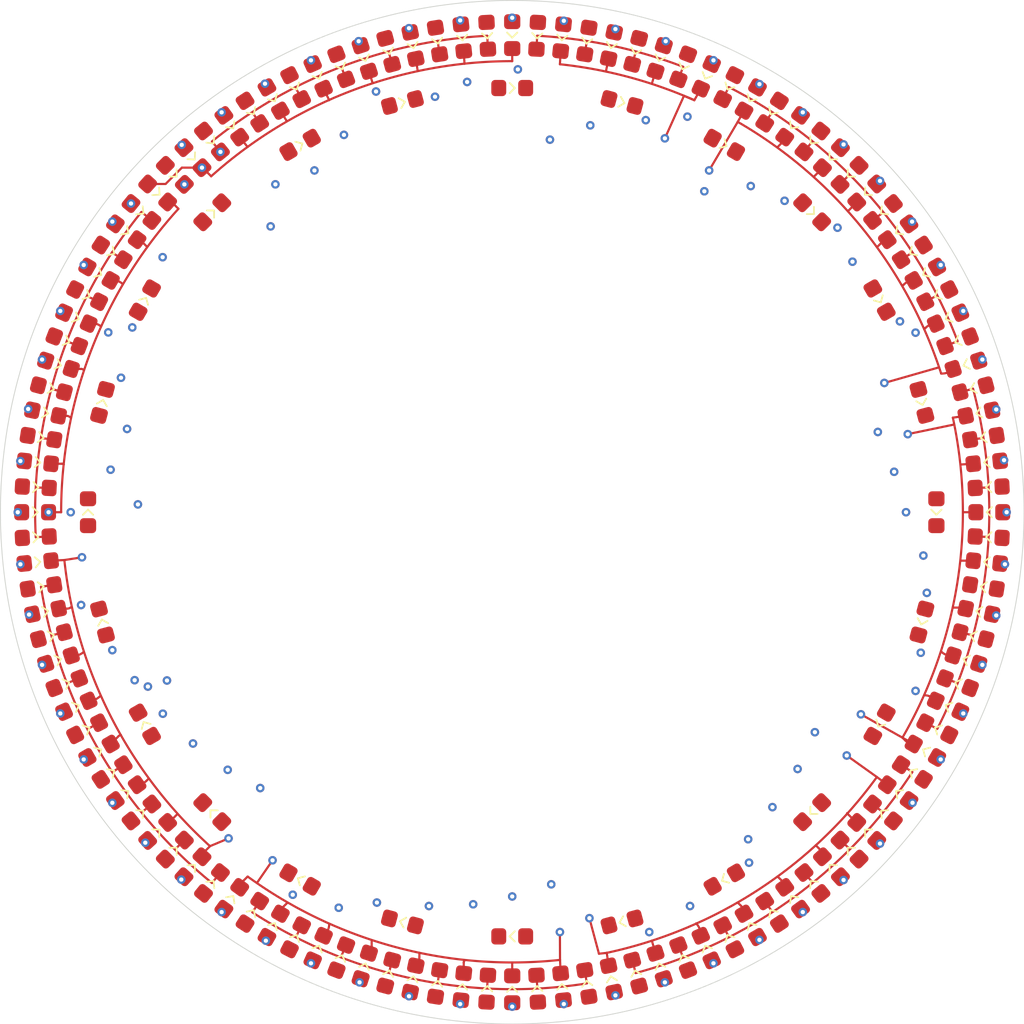
<source format=kicad_pcb>
(kicad_pcb (version 20240108) (generator "pcbnew") (generator_version "8.0")
  (layers (0 "F.Cu" signal) (1 "In1.Cu" signal) (2 "In2.Cu" signal) (31 "B.Cu" signal) (34 "B.Paste" user) (35 "F.Paste" user) (36 "B.SilkS" user "B.Silkscreen") (37 "F.SilkS" user "F.Silkscreen") (38 "B.Mask" user) (39 "F.Mask" user) (44 "Edge.Cuts" user))
  (net 0 "")
  (net 1 "CA7")
  (net 2 "CA6")
  (net 3 "CA9")
  (net 4 "CA4")
  (net 5 "CA5")
  (net 6 "CA1")
  (net 7 "CA2")
  (net 8 "CA3")
  (net 9 "CA8")
  (net 10 "CB2")
  (net 11 "CB9")
  (net 12 "CB4")
  (net 13 "CB7")
  (net 14 "CB6")
  (net 15 "CB5")
  (net 16 "CB3")
  (net 17 "CB1")
  (net 18 "CB8")
  (net 19 "CC4")
  (net 20 "CC1")
  (net 21 "CC2")
  (net 22 "CC5")
  (net 23 "CC6")
  (net 24 "CC3")
  (footprint "LED_SMD:LED_0603_1608Metric" (layer "F.Cu") (at 19.756564 19.756563 -45)
    (property "Reference" "D98" (hide yes))
    (property "Value" "LED_Small" (hide yes))
  )
  (footprint "LED_SMD:LED_0603_1608Metric" (layer "F.Cu") (at 13.97 24.19675 -60)
    (property "Reference" "D36" (hide yes))
    (property "Value" "LED_Small" (hide yes))
  )
  (footprint "LED_SMD:LED_0603_1608Metric" (layer "F.Cu") (at -23.432456 -15.217214 147)
    (property "Reference" "D70" (hide yes))
    (property "Value" "LED_Small" (hide yes))
  )
  (footprint "LED_SMD:LED_0603_1608Metric" (layer "F.Cu") (at -26.987968 -7.231404 165)
    (property "Reference" "D73" (hide yes))
    (property "Value" "LED_Small" (hide yes))
  )
  (footprint "LED_SMD:LED_0603_1608Metric" (layer "F.Cu") (at 26.572519 8.633935 -18)
    (property "Reference" "D43" (hide yes))
    (property "Value" "LED_Small" (hide yes))
  )
  (footprint "LED_SMD:LED_0603_1608Metric" (layer "F.Cu") (at -19.756563 19.756564 -135)
    (property "Reference" "D83" (hide yes))
    (property "Value" "LED_Small" (hide yes))
  )
  (footprint "LED_SMD:LED_0603_1608Metric" (layer "F.Cu") (at 27.901709 1.462266 -3)
    (property "Reference" "D105" (hide yes))
    (property "Value" "LED_Small" (hide yes))
  )
  (footprint "LED_SMD:LED_0603_1608Metric" (layer "F.Cu") (at 0 27.94 -90)
    (property "Reference" "D31" (hide yes))
    (property "Value" "LED_Small" (hide yes))
  )
  (footprint "LED_SMD:LED_0603_1608Metric" (layer "F.Cu") (at 7.231404 -26.987968 75)
    (property "Reference" "D118" (hide yes))
    (property "Value" "LED_Small" (hide yes))
  )
  (footprint "LED_SMD:LED_0603_1608Metric" (layer "F.Cu") (at 8.633935 26.572519 -72)
    (property "Reference" "D34" (hide yes))
    (property "Value" "LED_Small" (hide yes))
  )
  (footprint "LED_SMD:LED_0603_1608Metric" (layer "F.Cu") (at -2.920525 27.786942 -96)
    (property "Reference" "D30" (hide yes))
    (property "Value" "LED_Small" (hide yes))
  )
  (footprint "LED_SMD:LED_0603_1608Metric" (layer "F.Cu") (at -25.52446 11.364222 -156)
    (property "Reference" "D20" (hide yes))
    (property "Value" "LED_Small" (hide yes))
  )
  (footprint "LED_SMD:LED_0603_1608Metric" (layer "F.Cu") (at 5.809053 -27.329444 78)
    (property "Reference" "D59" (hide yes))
    (property "Value" "LED_Small" (hide yes))
  )
  (footprint "LED_SMD:LED_0603_1608Metric" (layer "F.Cu") (at -7.231404 26.987968 -105)
    (property "Reference" "D88" (hide yes))
    (property "Value" "LED_Small" (hide yes))
  )
  (footprint "LED_SMD:LED_0603_1608Metric" (layer "F.Cu") (at -21.51311 -12.4206 -120)
    (property "Reference" "D125" (hide yes))
    (property "Value" "LED_Small" (hide yes))
  )
  (footprint "LED_SMD:LED_0603_1608Metric" (layer "F.Cu") (at -27.329444 5.809053 -168)
    (property "Reference" "D18" (hide yes))
    (property "Value" "LED_Small" (hide yes))
  )
  (footprint "LED_SMD:LED_0603_1608Metric" (layer "F.Cu") (at -6.429376 23.994757 -15)
    (property "Reference" "D132" (hide yes))
    (property "Value" "LED_Small" (hide yes))
  )
  (footprint "LED_SMD:LED_0603_1608Metric" (layer "F.Cu") (at 27.901709 -1.462267 3)
    (property "Reference" "D106" (hide yes))
    (property "Value" "LED_Small" (hide yes))
  )
  (footprint "LED_SMD:LED_0603_1608Metric" (layer "F.Cu") (at -23.994757 -6.429376 -105)
    (property "Reference" "D126" (hide yes))
    (property "Value" "LED_Small" (hide yes))
  )
  (footprint "LED_SMD:LED_0603_1608Metric" (layer "F.Cu") (at 23.432456 15.217214 -33)
    (property "Reference" "D100" (hide yes))
    (property "Value" "LED_Small" (hide yes))
  )
  (footprint "LED_SMD:LED_0603_1608Metric" (layer "F.Cu") (at 23.994757 -6.429376 105)
    (property "Reference" "D140" (hide yes))
    (property "Value" "LED_Small" (hide yes))
  )
  (footprint "LED_SMD:LED_0603_1608Metric" (layer "F.Cu") (at 20.763466 18.695509 -42)
    (property "Reference" "D39" (hide yes))
    (property "Value" "LED_Small" (hide yes))
  )
  (footprint "LED_SMD:LED_0603_1608Metric" (layer "F.Cu") (at -11.364222 -25.52446 114)
    (property "Reference" "D5" (hide yes))
    (property "Value" "LED_Small" (hide yes))
  )
  (footprint "LED_SMD:LED_0603_1608Metric" (layer "F.Cu") (at 6.429376 -23.994757 165)
    (property "Reference" "D144" (hide yes))
    (property "Value" "LED_Small" (hide yes))
  )
  (footprint "LED_SMD:LED_0603_1608Metric" (layer "F.Cu") (at -16.42272 22.603935 -126)
    (property "Reference" "D25" (hide yes))
    (property "Value" "LED_Small" (hide yes))
  )
  (footprint "LED_SMD:LED_0603_1608Metric" (layer "F.Cu") (at -27.596012 4.370779 -171)
    (property "Reference" "D77" (hide yes))
    (property "Value" "LED_Small" (hide yes))
  )
  (footprint "LED_SMD:LED_0603_1608Metric" (layer "F.Cu") (at -26.572519 -8.633935 162)
    (property "Reference" "D13" (hide yes))
    (property "Value" "LED_Small" (hide yes))
  )
  (footprint "LED_SMD:LED_0603_1608Metric" (layer "F.Cu") (at -18.695509 20.763466 -132)
    (property "Reference" "D24" (hide yes))
    (property "Value" "LED_Small" (hide yes))
  )
  (footprint "LED_SMD:LED_0603_1608Metric" (layer "F.Cu") (at -21.713458 17.583212 -141)
    (property "Reference" "D82" (hide yes))
    (property "Value" "LED_Small" (hide yes))
  )
  (footprint "LED_SMD:LED_0603_1608Metric" (layer "F.Cu") (at -10.012801 -26.084237 111)
    (property "Reference" "D64" (hide yes))
    (property "Value" "LED_Small" (hide yes))
  )
  (footprint "LED_SMD:LED_0603_1608Metric" (layer "F.Cu") (at 10.012801 26.084237 -69)
    (property "Reference" "D94" (hide yes))
    (property "Value" "LED_Small" (hide yes))
  )
  (footprint "LED_SMD:LED_0603_1608Metric" (layer "F.Cu") (at 0 24.8412)
    (property "Reference" "D133" (hide yes))
    (property "Value" "LED_Small" (hide yes))
  )
  (footprint "LED_SMD:LED_0603_1608Metric" (layer "F.Cu") (at -5.809053 -27.329444 102)
    (property "Reference" "D3" (hide yes))
    (property "Value" "LED_Small" (hide yes))
  )
  (footprint "LED_SMD:LED_0603_1608Metric" (layer "F.Cu") (at -27.94 0 180)
    (property "Reference" "D16" (hide yes))
    (property "Value" "LED_Small" (hide yes))
  )
  (footprint "LED_SMD:LED_0603_1608Metric" (layer "F.Cu") (at -26.084237 -10.0128 159)
    (property "Reference" "D72" (hide yes))
    (property "Value" "LED_Small" (hide yes))
  )
  (footprint "LED_SMD:LED_0603_1608Metric" (layer "F.Cu") (at 5.809053 27.329444 -78)
    (property "Reference" "D33" (hide yes))
    (property "Value" "LED_Small" (hide yes))
  )
  (footprint "LED_SMD:LED_0603_1608Metric" (layer "F.Cu") (at 21.713458 17.583211 -39)
    (property "Reference" "D99" (hide yes))
    (property "Value" "LED_Small" (hide yes))
  )
  (footprint "LED_SMD:LED_0603_1608Metric" (layer "F.Cu") (at 4.370779 -27.596012 81)
    (property "Reference" "D119" (hide yes))
    (property "Value" "LED_Small" (hide yes))
  )
  (footprint "LED_SMD:LED_0603_1608Metric" (layer "F.Cu") (at 11.364222 -25.52446 66)
    (property "Reference" "D57" (hide yes))
    (property "Value" "LED_Small" (hide yes))
  )
  (footprint "LED_SMD:LED_0603_1608Metric" (layer "F.Cu") (at -17.583211 21.713458 -129)
    (property "Reference" "D84" (hide yes))
    (property "Value" "LED_Small" (hide yes))
  )
  (footprint "LED_SMD:LED_0603_1608Metric" (layer "F.Cu") (at 19.756563 -19.756564 45)
    (property "Reference" "D113" (hide yes))
    (property "Value" "LED_Small" (hide yes))
  )
  (footprint "LED_SMD:LED_0603_1608Metric" (layer "F.Cu") (at 12.4206 21.51311 30)
    (property "Reference" "D135" (hide yes))
    (property "Value" "LED_Small" (hide yes))
  )
  (footprint "LED_SMD:LED_0603_1608Metric" (layer "F.Cu") (at 17.565381 -17.565381 135)
    (property "Reference" "D142" (hide yes))
    (property "Value" "LED_Small" (hide yes))
  )
  (footprint "LED_SMD:LED_0603_1608Metric" (layer "F.Cu") (at -24.19675 -13.97 150)
    (property "Reference" "D11" (hide yes))
    (property "Value" "LED_Small" (hide yes))
  )
  (footprint "LED_SMD:LED_0603_1608Metric" (layer "F.Cu") (at 21.713458 -17.583212 39)
    (property "Reference" "D112" (hide yes))
    (property "Value" "LED_Small" (hide yes))
  )
  (footprint "LED_SMD:LED_0603_1608Metric" (layer "F.Cu") (at 7.231404 26.987967 -75)
    (property "Reference" "D93" (hide yes))
    (property "Value" "LED_Small" (hide yes))
  )
  (footprint "LED_SMD:LED_0603_1608Metric" (layer "F.Cu") (at 1.462267 27.901709 -87)
    (property "Reference" "D91" (hide yes))
    (property "Value" "LED_Small" (hide yes))
  )
  (footprint "LED_SMD:LED_0603_1608Metric" (layer "F.Cu") (at -27.786942 -2.920525 174)
    (property "Reference" "D15" (hide yes))
    (property "Value" "LED_Small" (hide yes))
  )
  (footprint "LED_SMD:LED_0603_1608Metric" (layer "F.Cu") (at -12.684495 -24.894722 117)
    (property "Reference" "D65" (hide yes))
    (property "Value" "LED_Small" (hide yes))
  )
  (footprint "LED_SMD:LED_0603_1608Metric" (layer "F.Cu") (at 26.987967 -7.231404 15)
    (property "Reference" "D108" (hide yes))
    (property "Value" "LED_Small" (hide yes))
  )
  (footprint "LED_SMD:LED_0603_1608Metric" (layer "F.Cu") (at 17.583212 21.713458 -51)
    (property "Reference" "D97" (hide yes))
    (property "Value" "LED_Small" (hide yes))
  )
  (footprint "LED_SMD:LED_0603_1608Metric" (layer "F.Cu") (at 2.920525 27.786942 -84)
    (property "Reference" "D32" (hide yes))
    (property "Value" "LED_Small" (hide yes))
  )
  (footprint "LED_SMD:LED_0603_1608Metric" (layer "F.Cu") (at 24.19675 13.97 -30)
    (property "Reference" "D41" (hide yes))
    (property "Value" "LED_Small" (hide yes))
  )
  (footprint "LED_SMD:LED_0603_1608Metric" (layer "F.Cu") (at 16.42272 22.603935 -54)
    (property "Reference" "D37" (hide yes))
    (property "Value" "LED_Small" (hide yes))
  )
  (footprint "LED_SMD:LED_0603_1608Metric" (layer "F.Cu") (at 16.42272 -22.603935 54)
    (property "Reference" "D55" (hide yes))
    (property "Value" "LED_Small" (hide yes))
  )
  (footprint "LED_SMD:LED_0603_1608Metric" (layer "F.Cu") (at -4.370779 27.596012 -99)
    (property "Reference" "D89" (hide yes))
    (property "Value" "LED_Small" (hide yes))
  )
  (footprint "LED_SMD:LED_0603_1608Metric" (layer "F.Cu") (at -5.809053 27.329444 -102)
    (property "Reference" "D29" (hide yes))
    (property "Value" "LED_Small" (hide yes))
  )
  (footprint "LED_SMD:LED_0603_1608Metric" (layer "F.Cu") (at 27.329444 -5.809053 12)
    (property "Reference" "D48" (hide yes))
    (property "Value" "LED_Small" (hide yes))
  )
  (footprint "LED_SMD:LED_0603_1608Metric" (layer "F.Cu") (at -26.572519 8.633935 -162)
    (property "Reference" "D19" (hide yes))
    (property "Value" "LED_Small" (hide yes))
  )
  (footprint "LED_SMD:LED_0603_1608Metric" (layer "F.Cu") (at -18.695509 -20.763466 132)
    (property "Reference" "D8" (hide yes))
    (property "Value" "LED_Small" (hide yes))
  )
  (footprint "LED_SMD:LED_0603_1608Metric" (layer "F.Cu") (at -27.901709 1.462267 -177)
    (property "Reference" "D76" (hide yes))
    (property "Value" "LED_Small" (hide yes))
  )
  (footprint "LED_SMD:LED_0603_1608Metric" (layer "F.Cu") (at 12.684495 24.894722 -63)
    (property "Reference" "D95" (hide yes))
    (property "Value" "LED_Small" (hide yes))
  )
  (footprint "LED_SMD:LED_0603_1608Metric" (layer "F.Cu") (at -12.4206 21.51311 -30)
    (property "Reference" "D131" (hide yes))
    (property "Value" "LED_Small" (hide yes))
  )
  (footprint "LED_SMD:LED_0603_1608Metric" (layer "F.Cu") (at 8.633935 -26.572519 72)
    (property "Reference" "D58" (hide yes))
    (property "Value" "LED_Small" (hide yes))
  )
  (footprint "LED_SMD:LED_0603_1608Metric" (layer "F.Cu") (at 21.51311 12.4206 60)
    (property "Reference" "D137" (hide yes))
    (property "Value" "LED_Small" (hide yes))
  )
  (footprint "LED_SMD:LED_0603_1608Metric" (layer "F.Cu") (at 26.084237 -10.012801 21)
    (property "Reference" "D109" (hide yes))
    (property "Value" "LED_Small" (hide yes))
  )
  (footprint "LED_SMD:LED_0603_1608Metric" (layer "F.Cu") (at -19.756564 -19.756563 135)
    (property "Reference" "D68" (hide yes))
    (property "Value" "LED_Small" (hide yes))
  )
  (footprint "LED_SMD:LED_0603_1608Metric" (layer "F.Cu") (at -8.633935 26.572519 -108)
    (property "Reference" "D28" (hide yes))
    (property "Value" "LED_Small" (hide yes))
  )
  (footprint "LED_SMD:LED_0603_1608Metric" (layer "F.Cu") (at -17.565381 17.565381 -45)
    (property "Reference" "D130" (hide yes))
    (property "Value" "LED_Small" (hide yes))
  )
  (footprint "LED_SMD:LED_0603_1608Metric" (layer "F.Cu") (at -15.217214 23.432456 -123)
    (property "Reference" "D85" (hide yes))
    (property "Value" "LED_Small" (hide yes))
  )
  (footprint "LED_SMD:LED_0603_1608Metric" (layer "F.Cu") (at 12.684494 -24.894722 63)
    (property "Reference" "D116" (hide yes))
    (property "Value" "LED_Small" (hide yes))
  )
  (footprint "LED_SMD:LED_0603_1608Metric" (layer "F.Cu") (at 15.217215 23.432455 -57)
    (property "Reference" "D96" (hide yes))
    (property "Value" "LED_Small" (hide yes))
  )
  (footprint "LED_SMD:LED_0603_1608Metric" (layer "F.Cu") (at 18.695509 20.763466 -48)
    (property "Reference" "D38" (hide yes))
    (property "Value" "LED_Small" (hide yes))
  )
  (footprint "LED_SMD:LED_0603_1608Metric" (layer "F.Cu") (at -23.432455 15.217215 -147)
    (property "Reference" "D81" (hide yes))
    (property "Value" "LED_Small" (hide yes))
  )
  (footprint "LED_SMD:LED_0603_1608Metric" (layer "F.Cu") (at 10.0128 -26.084237 69)
    (property "Reference" "D117" (hide yes))
    (property "Value" "LED_Small" (hide yes))
  )
  (footprint "LED_SMD:LED_0603_1608Metric" (layer "F.Cu") (at -27.901709 -1.462266 177)
    (property "Reference" "D75" (hide yes))
    (property "Value" "LED_Small" (hide yes))
  )
  (footprint "LED_SMD:LED_0603_1608Metric" (layer "F.Cu") (at 17.565381 17.565381 45)
    (property "Reference" "D136" (hide yes))
    (property "Value" "LED_Small" (hide yes))
  )
  (footprint "LED_SMD:LED_0603_1608Metric" (layer "F.Cu") (at -27.596012 -4.370779 171)
    (property "Reference" "D74" (hide yes))
    (property "Value" "LED_Small" (hide yes))
  )
  (footprint "LED_SMD:LED_0603_1608Metric" (layer "F.Cu") (at -24.8412 0 -90)
    (property "Reference" "D127" (hide yes))
    (property "Value" "LED_Small" (hide yes))
  )
  (footprint "LED_SMD:LED_0603_1608Metric" (layer "F.Cu") (at 13.97 -24.19675 60)
    (property "Reference" "D56" (hide yes))
    (property "Value" "LED_Small" (hide yes))
  )
  (footprint "LED_SMD:LED_0603_1608Metric" (layer "F.Cu") (at -7.231404 -26.987967 105)
    (property "Reference" "D63" (hide yes))
    (property "Value" "LED_Small" (hide yes))
  )
  (footprint "LED_SMD:LED_0603_1608Metric" (layer "F.Cu") (at -17.565381 -17.565381 -135)
    (property "Reference" "D124" (hide yes))
    (property "Value" "LED_Small" (hide yes))
  )
  (footprint "LED_SMD:LED_0603_1608Metric" (layer "F.Cu") (at 0 -24.8412 180)
    (property "Reference" "D121" (hide yes))
    (property "Value" "LED_Small" (hide yes))
  )
  (footprint "LED_SMD:LED_0603_1608Metric" (layer "F.Cu") (at -22.603935 16.42272 -144)
    (property "Reference" "D22" (hide yes))
    (property "Value" "LED_Small" (hide yes))
  )
  (footprint "LED_SMD:LED_0603_1608Metric" (layer "F.Cu") (at 27.596012 -4.370779 9)
    (property "Reference" "D107" (hide yes))
    (property "Value" "LED_Small" (hide yes))
  )
  (footprint "LED_SMD:LED_0603_1608Metric" (layer "F.Cu") (at -12.684494 24.894722 -117)
    (property "Reference" "D86" (hide yes))
    (property "Value" "LED_Small" (hide yes))
  )
  (footprint "LED_SMD:LED_0603_1608Metric" (layer "F.Cu") (at 24.8412 0 90)
    (property "Reference" "D139" (hide yes))
    (property "Value" "LED_Small" (hide yes))
  )
  (footprint "LED_SMD:LED_0603_1608Metric" (layer "F.Cu") (at -11.364222 25.52446 -114)
    (property "Reference" "D27" (hide yes))
    (property "Value" "LED_Small" (hide yes))
  )
  (footprint "LED_SMD:LED_0603_1608Metric" (layer "F.Cu") (at -6.429376 -23.994757 -165)
    (property "Reference" "D122" (hide yes))
    (property "Value" "LED_Small" (hide yes))
  )
  (footprint "LED_SMD:LED_0603_1608Metric" (layer "F.Cu") (at 18.695509 -20.763466 48)
    (property "Reference" "D54" (hide yes))
    (property "Value" "LED_Small" (hide yes))
  )
  (footprint "LED_SMD:LED_0603_1608Metric" (layer "F.Cu") (at -21.713458 -17.583211 141)
    (property "Reference" "D69" (hide yes))
    (property "Value" "LED_Small" (hide yes))
  )
  (footprint "LED_SMD:LED_0603_1608Metric" (layer "F.Cu") (at 26.987968 7.231404 -15)
    (property "Reference" "D103" (hide yes))
    (property "Value" "LED_Small" (hide yes))
  )
  (footprint "LED_SMD:LED_0603_1608Metric" (layer "F.Cu") (at -26.084237 10.012801 -159)
    (property "Reference" "D79" (hide yes))
    (property "Value" "LED_Small" (hide yes))
  )
  (footprint "LED_SMD:LED_0603_1608Metric" (layer "F.Cu") (at 2.920525 -27.786942 84)
    (property "Reference" "D60" (hide yes))
    (property "Value" "LED_Small" (hide yes))
  )
  (footprint "LED_SMD:LED_0603_1608Metric" (layer "F.Cu") (at 21.51311 -12.4206 120)
    (property "Reference" "D141" (hide yes))
    (property "Value" "LED_Small" (hide yes))
  )
  (footprint "LED_SMD:LED_0603_1608Metric" (layer "F.Cu") (at 23.994757 6.429376 75)
    (property "Reference" "D138" (hide yes))
    (property "Value" "LED_Small" (hide yes))
  )
  (footprint "LED_SMD:LED_0603_1608Metric" (layer "F.Cu") (at 6.429376 23.994757 15)
    (property "Reference" "D134" (hide yes))
    (property "Value" "LED_Small" (hide yes))
  )
  (footprint "LED_SMD:LED_0603_1608Metric" (layer "F.Cu") (at -20.763466 -18.695509 138)
    (property "Reference" "D9" (hide yes))
    (property "Value" "LED_Small" (hide yes))
  )
  (footprint "LED_SMD:LED_0603_1608Metric" (layer "F.Cu") (at 25.52446 -11.364222 24)
    (property "Reference" "D50" (hide yes))
    (property "Value" "LED_Small" (hide yes))
  )
  (footprint "LED_SMD:LED_0603_1608Metric" (layer "F.Cu") (at 12.4206 -21.51311 150)
    (property "Reference" "D143" (hide yes))
    (property "Value" "LED_Small" (hide yes))
  )
  (footprint "LED_SMD:LED_0603_1608Metric" (layer "F.Cu") (at 26.084237 10.0128 -21)
    (property "Reference" "D102" (hide yes))
    (property "Value" "LED_Small" (hide yes))
  )
  (footprint "LED_SMD:LED_0603_1608Metric" (layer "F.Cu") (at -24.19675 13.97 -150)
    (property "Reference" "D21" (hide yes))
    (property "Value" "LED_Small" (hide yes))
  )
  (footprint "LED_SMD:LED_0603_1608Metric" (layer "F.Cu") (at 27.329444 5.809053 -12)
    (property "Reference" "D44" (hide yes))
    (property "Value" "LED_Small" (hide yes))
  )
  (footprint "LED_SMD:LED_0603_1608Metric" (layer "F.Cu") (at 0 -27.94 90)
    (property "Reference" "D1" (hide yes))
    (property "Value" "LED_Small" (hide yes))
  )
  (footprint "LED_SMD:LED_0603_1608Metric" (layer "F.Cu") (at -21.51311 12.4206 -60)
    (property "Reference" "D129" (hide yes))
    (property "Value" "LED_Small" (hide yes))
  )
  (footprint "LED_SMD:LED_0603_1608Metric" (layer "F.Cu") (at -16.42272 -22.603935 126)
    (property "Reference" "D7" (hide yes))
    (property "Value" "LED_Small" (hide yes))
  )
  (footprint "LED_SMD:LED_0603_1608Metric" (layer "F.Cu") (at 24.19675 -13.97 30)
    (property "Reference" "D51" (hide yes))
    (property "Value" "LED_Small" (hide yes))
  )
  (footprint "LED_SMD:LED_0603_1608Metric" (layer "F.Cu") (at -24.894722 -12.684494 153)
    (property "Reference" "D71" (hide yes))
    (property "Value" "LED_Small" (hide yes))
  )
  (footprint "LED_SMD:LED_0603_1608Metric" (layer "F.Cu") (at -8.633935 -26.572519 108)
    (property "Reference" "D4" (hide yes))
    (property "Value" "LED_Small" (hide yes))
  )
  (footprint "LED_SMD:LED_0603_1608Metric" (layer "F.Cu") (at 4.370779 27.596012 -81)
    (property "Reference" "D92" (hide yes))
    (property "Value" "LED_Small" (hide yes))
  )
  (footprint "LED_SMD:LED_0603_1608Metric" (layer "F.Cu") (at -27.329444 -5.809053 168)
    (property "Reference" "D14" (hide yes))
    (property "Value" "LED_Small" (hide yes))
  )
  (footprint "LED_SMD:LED_0603_1608Metric" (layer "F.Cu") (at 27.94 0)
    (property "Reference" "D46" (hide yes))
    (property "Value" "LED_Small" (hide yes))
  )
  (footprint "LED_SMD:LED_0603_1608Metric" (layer "F.Cu") (at -25.52446 -11.364222 156)
    (property "Reference" "D12" (hide yes))
    (property "Value" "LED_Small" (hide yes))
  )
  (footprint "LED_SMD:LED_0603_1608Metric" (layer "F.Cu") (at -13.97 -24.19675 120)
    (property "Reference" "D6" (hide yes))
    (property "Value" "LED_Small" (hide yes))
  )
  (footprint "LED_SMD:LED_0603_1608Metric" (layer "F.Cu") (at 27.786942 -2.920525 6)
    (property "Reference" "D47" (hide yes))
    (property "Value" "LED_Small" (hide yes))
  )
  (footprint "LED_SMD:LED_0603_1608Metric" (layer "F.Cu") (at -1.462267 -27.901709 93)
    (property "Reference" "D61" (hide yes))
    (property "Value" "LED_Small" (hide yes))
  )
  (footprint "LED_SMD:LED_0603_1608Metric" (layer "F.Cu") (at 11.364222 25.52446 -66)
    (property "Reference" "D35" (hide yes))
    (property "Value" "LED_Small" (hide yes))
  )
  (footprint "LED_SMD:LED_0603_1608Metric" (layer "F.Cu") (at -10.0128 26.084237 -111)
    (property "Reference" "D87" (hide yes))
    (property "Value" "LED_Small" (hide yes))
  )
  (footprint "LED_SMD:LED_0603_1608Metric" (layer "F.Cu") (at 26.572519 -8.633935 18)
    (property "Reference" "D49" (hide yes))
    (property "Value" "LED_Small" (hide yes))
  )
  (footprint "LED_SMD:LED_0603_1608Metric" (layer "F.Cu") (at -15.217215 -23.432455 123)
    (property "Reference" "D66" (hide yes))
    (property "Value" "LED_Small" (hide yes))
  )
  (footprint "LED_SMD:LED_0603_1608Metric" (layer "F.Cu") (at 15.217214 -23.432456 57)
    (property "Reference" "D115" (hide yes))
    (property "Value" "LED_Small" (hide yes))
  )
  (footprint "LED_SMD:LED_0603_1608Metric" (layer "F.Cu") (at -22.603935 -16.42272 144)
    (property "Reference" "D10" (hide yes))
    (property "Value" "LED_Small" (hide yes))
  )
  (footprint "LED_SMD:LED_0603_1608Metric" (layer "F.Cu") (at 27.786942 2.920525 -6)
    (property "Reference" "D45" (hide yes))
    (property "Value" "LED_Small" (hide yes))
  )
  (footprint "LED_SMD:LED_0603_1608Metric" (layer "F.Cu") (at 27.596012 4.370779 -9)
    (property "Reference" "D104" (hide yes))
    (property "Value" "LED_Small" (hide yes))
  )
  (footprint "LED_SMD:LED_0603_1608Metric" (layer "F.Cu") (at 24.894722 12.684494 -27)
    (property "Reference" "D101" (hide yes))
    (property "Value" "LED_Small" (hide yes))
  )
  (footprint "LED_SMD:LED_0603_1608Metric" (layer "F.Cu") (at 22.603935 16.42272 -36)
    (property "Reference" "D40" (hide yes))
    (property "Value" "LED_Small" (hide yes))
  )
  (footprint "LED_SMD:LED_0603_1608Metric" (layer "F.Cu") (at 1.462266 -27.901709 87)
    (property "Reference" "D120" (hide yes))
    (property "Value" "LED_Small" (hide yes))
  )
  (footprint "LED_SMD:LED_0603_1608Metric" (layer "F.Cu") (at -20.763466 18.695509 -138)
    (property "Reference" "D23" (hide yes))
    (property "Value" "LED_Small" (hide yes))
  )
  (footprint "LED_SMD:LED_0603_1608Metric" (layer "F.Cu") (at -24.894722 12.684495 -153)
    (property "Reference" "D80" (hide yes))
    (property "Value" "LED_Small" (hide yes))
  )
  (footprint "LED_SMD:LED_0603_1608Metric" (layer "F.Cu") (at -13.97 24.19675 -120)
    (property "Reference" "D26" (hide yes))
    (property "Value" "LED_Small" (hide yes))
  )
  (footprint "LED_SMD:LED_0603_1608Metric" (layer "F.Cu") (at -23.994757 6.429376 -75)
    (property "Reference" "D128" (hide yes))
    (property "Value" "LED_Small" (hide yes))
  )
  (footprint "LED_SMD:LED_0603_1608Metric" (layer "F.Cu") (at -2.920525 -27.786942 96)
    (property "Reference" "D2" (hide yes))
    (property "Value" "LED_Small" (hide yes))
  )
  (footprint "LED_SMD:LED_0603_1608Metric" (layer "F.Cu") (at -17.583212 -21.713458 129)
    (property "Reference" "D67" (hide yes))
    (property "Value" "LED_Small" (hide yes))
  )
  (footprint "LED_SMD:LED_0603_1608Metric" (layer "F.Cu") (at -1.462266 27.901709 -93)
    (property "Reference" "D90" (hide yes))
    (property "Value" "LED_Small" (hide yes))
  )
  (footprint "LED_SMD:LED_0603_1608Metric" (layer "F.Cu") (at 24.894722 -12.684495 27)
    (property "Reference" "D110" (hide yes))
    (property "Value" "LED_Small" (hide yes))
  )
  (footprint "LED_SMD:LED_0603_1608Metric" (layer "F.Cu") (at 23.432455 -15.217215 33)
    (property "Reference" "D111" (hide yes))
    (property "Value" "LED_Small" (hide yes))
  )
  (footprint "LED_SMD:LED_0603_1608Metric" (layer "F.Cu") (at -12.4206 -21.51311 -150)
    (property "Reference" "D123" (hide yes))
    (property "Value" "LED_Small" (hide yes))
  )
  (footprint "LED_SMD:LED_0603_1608Metric" (layer "F.Cu") (at -27.786942 2.920525 -174)
    (property "Reference" "D17" (hide yes))
    (property "Value" "LED_Small" (hide yes))
  )
  (footprint "LED_SMD:LED_0603_1608Metric" (layer "F.Cu") (at 22.603935 -16.42272 36)
    (property "Reference" "D52" (hide yes))
    (property "Value" "LED_Small" (hide yes))
  )
  (footprint "LED_SMD:LED_0603_1608Metric" (layer "F.Cu") (at 17.583211 -21.713458 51)
    (property "Reference" "D114" (hide yes))
    (property "Value" "LED_Small" (hide yes))
  )
  (footprint "LED_SMD:LED_0603_1608Metric" (layer "F.Cu") (at 20.763466 -18.695509 42)
    (property "Reference" "D53" (hide yes))
    (property "Value" "LED_Small" (hide yes))
  )
  (footprint "LED_SMD:LED_0603_1608Metric" (layer "F.Cu") (at -26.987967 7.231404 -165)
    (property "Reference" "D78" (hide yes))
    (property "Value" "LED_Small" (hide yes))
  )
  (footprint "LED_SMD:LED_0603_1608Metric" (layer "F.Cu") (at -4.370779 -27.596012 99)
    (property "Reference" "D62" (hide yes))
    (property "Value" "LED_Small" (hide yes))
  )
  (footprint "LED_SMD:LED_0603_1608Metric" (layer "F.Cu") (at 25.52446 11.364222 -24)
    (property "Reference" "D42" (hide yes))
    (property "Value" "LED_Small" (hide yes))
  )
  (gr_arc (start 23.432455 15.217213) (mid 16.42272 22.603933) (end 7.231404 26.987967) (stroke (width 0.127)) (layer "F.Cu") (net 15))
  (gr_arc (start 12.684494 -24.894722) (mid 20.770074 -18.701459) (end 26.084237 -10.012801) (stroke (width 0.127)) (layer "F.Cu") (net 13))
  (gr_arc (start -17.583211 21.713458) (mid -24.191648 13.967055) (end -27.596012 4.370779) (stroke (width 0.127)) (layer "F.Cu") (net 16))
  (gr_arc (start 2.800112 26.219234) (mid -6.800382 25.476336) (end -15.493999 21.335999) (stroke (width 0.127)) (layer "F.Cu") (net 4))
  (gr_arc (start -27.901709 1.462267) (mid -26.572519 -8.633934) (end -21.713458 -17.583211) (stroke (width 0.127)) (layer "F.Cu") (net 10))
  (gr_arc (start 4.370779 27.596011) (mid -5.80727 27.321059) (end -15.217214 23.432456) (stroke (width 0.127)) (layer "F.Cu") (net 12))
  (gr_arc (start 13.208 -22.86) (mid 20.533036 -16.595942) (end 25.121596 -8.120113) (stroke (width 0.127)) (layer "F.Cu") (net 1))
  (gr_arc (start 25.806399 -5.5372) (mid 26.072113 4.108011) (end 22.853439 13.204211) (stroke (width 0.127)) (layer "F.Cu") (net 2))
  (gr_arc (start -17.583212 -21.713458) (mid -10.012801 -26.084237) (end -1.462267 -27.901709) (stroke (width 0.127)) (layer "F.Cu") (net 17))
  (gr_arc (start -17.628983 -19.672926) (mid -9.437294 -24.672708) (end 0 -26.416) (stroke (width 0.127)) (layer "F.Cu") (net 6))
  (gr_arc (start 21.356579 15.508944) (mid 14.398897 22.120185) (end 5.5372 25.806399) (stroke (width 0.127)) (layer "F.Cu") (net 5))
  (gr_arc (start 1.462266 -27.901708) (mid 5.809052 -27.329443) (end 10.0128 -26.084236) (stroke (width 0.127)) (layer "F.Cu") (net 18))
  (gr_arc (start 2.794 -26.234473) (mid 6.812727 -25.488051) (end 10.667929 -24.129842) (stroke (width 0.127)) (layer "F.Cu") (net 9))
  (gr_arc (start -26.416 0) (mid -24.63878 -9.525522) (end -19.546257 -17.769325) (stroke (width 0.127)) (layer "F.Cu") (net 7))
  (gr_arc (start 26.987967 -7.231404) (mid 27.786941 2.920525) (end 24.894722 12.684494) (stroke (width 0.127)) (layer "F.Cu") (net 14))
  (gr_arc (start -17.69854 19.558) (mid -23.507106 11.965353) (end -26.227997 2.801048) (stroke (width 0.127)) (layer "F.Cu") (net 8))
  (gr_circle (center 0 0) (end 29.972 0) (stroke (width 0.05)) (fill none) (layer "Edge.Cuts"))
  (segment (start 22.938939 -13.337738) (end 22.86 -13.2588) (width 0.127) (layer "F.Cu") (net 1))
  (segment (start 21.68517 -15.843171) (end 21.3868 -15.5448) (width 0.127) (layer "F.Cu") (net 1))
  (segment (start 24.207681 -10.796481) (end 24.13 -10.7188) (width 0.127) (layer "F.Cu") (net 1))
  (segment (start 13.208 -22.86) (end 11.5316 -20.0152) (width 0.127) (layer "F.Cu") (net 1))
  (segment (start 18.148436 -20.129636) (end 17.6784 -19.6596) (width 0.127) (layer "F.Cu") (net 1))
  (segment (start 21.7932 -7.5692) (end 24.9936 -8.4836) (width 0.127) (layer "F.Cu") (net 1))
  (segment (start 15.843171 -21.68517) (end 15.5448 -21.3868) (width 0.127) (layer "F.Cu") (net 1))
  (segment (start 25.170587 -8.120113) (end 25.121596 -8.120113) (width 0.127) (layer "F.Cu") (net 1))
  (segment (start 20.16245 -18.13045) (end 19.6596 -17.6276) (width 0.127) (layer "F.Cu") (net 1))
  (segment (start 13.576249 -23.514754) (end 13.208 -22.86) (width 0.127) (layer "F.Cu") (net 1))
  (via (at 19.4056 21.5392) (size 0.5) (drill 0.25) (layers "F.Cu" "B.Cu") (net 1))
  (via (at -22.5552 -4.8768) (size 0.5) (drill 0.25) (layers "F.Cu" "B.Cu") (net 1))
  (via (at -11.5824 -20.0152) (size 0.5) (drill 0.25) (layers "F.Cu" "B.Cu") (net 1))
  (via (at 11.5316 -20.0152) (size 0.5) (drill 0.25) (layers "F.Cu" "B.Cu") (net 1))
  (via (at 21.7932 -7.5692) (size 0.5) (drill 0.25) (layers "F.Cu" "B.Cu") (net 1))
  (via (at -14.478 -25.0952) (size 0.5) (drill 0.25) (layers "F.Cu" "B.Cu") (net 1))
  (via (at 6.0452 -28.2956) (size 0.5) (drill 0.25) (layers "F.Cu" "B.Cu") (net 1))
  (via (at 15.24 17.272) (size 0.5) (drill 0.25) (layers "F.Cu" "B.Cu") (net 1))
  (via (at -18.6944 13.544975) (size 0.5) (drill 0.25) (layers "F.Cu" "B.Cu") (net 1))
  (via (at -23.4188 17.018) (size 0.5) (drill 0.25) (layers "F.Cu" "B.Cu") (net 1))
  (via (at 23.0632 0) (size 0.5) (drill 0.25) (layers "F.Cu" "B.Cu") (net 1))
  (via (at -28.3464 -6.0452) (size 0.5) (drill 0.25) (layers "F.Cu" "B.Cu") (net 1))
  (via (at -3.048 28.8036) (size 0.5) (drill 0.25) (layers "F.Cu" "B.Cu") (net 1))
  (via (at 4.572 -22.6568) (size 0.5) (drill 0.25) (layers "F.Cu" "B.Cu") (net 1))
  (via (at 28.956 0) (size 0.5) (drill 0.25) (layers "F.Cu" "B.Cu") (net 1))
  (via (at -2.286 22.9616) (size 0.5) (drill 0.25) (layers "F.Cu" "B.Cu") (net 1))
  (arc (start 15.959839 -21.966833) (mid 15.929518 -21.814398) (end 15.843171 -21.68517) (width 0.127) (layer "F.Cu") (net 1))
  (arc (start 18.168568 -20.178239) (mid 18.163336 -20.151935) (end 18.148436 -20.129636) (width 0.127) (layer "F.Cu") (net 1))
  (arc (start 24.805042 -11.043916) (mid 24.481753 -10.97961) (end 24.207681 -10.796481) (width 0.127) (layer "F.Cu") (net 1))
  (arc (start 21.966833 -15.959839) (mid 21.814398 -15.929518) (end 21.68517 -15.843171) (width 0.127) (layer "F.Cu") (net 1))
  (arc (start 20.178239 -18.168568) (mid 20.174136 -18.147939) (end 20.16245 -18.13045) (width 0.127) (layer "F.Cu") (net 1))
  (arc (start 23.514754 -13.576249) (mid 23.203125 -13.514262) (end 22.938939 -13.337738) (width 0.127) (layer "F.Cu") (net 1))
  (arc (start 25.823561 -8.390584) (mid 25.523974 -8.190406) (end 25.170587 -8.120113) (width 0.127) (layer "F.Cu") (net 1))
  (segment (start 24.805042 11.043916) (end 24.727361 10.966235) (width 0.127) (layer "F.Cu") (net 2))
  (segment (start 27.003755 2.838209) (end 26.279512 2.838209) (width 0.127) (layer "F.Cu") (net 2))
  (segment (start 23.514754 13.576249) (end 20.4216 11.8364) (width 0.127) (layer "F.Cu") (net 2))
  (segment (start 23.1648 -4.572) (end 25.8572 -5.1308) (width 0.127) (layer "F.Cu") (net 2))
  (segment (start 23.026931 13.374186) (end 22.861764 13.209019) (width 0.127) (layer "F.Cu") (net 2))
  (segment (start 26.279512 2.838209) (end 26.2636 2.8448) (width 0.127) (layer "F.Cu") (net 2))
  (segment (start 27.003755 -2.838209) (end 26.2636 -2.794) (width 0.127) (layer "F.Cu") (net 2))
  (segment (start 26.559152 -5.645322) (end 25.806399 -5.5372) (width 0.127) (layer "F.Cu") (net 2))
  (segment (start 26.420765 5.588) (end 25.8064 5.588) (width 0.127) (layer "F.Cu") (net 2))
  (segment (start 27.152499 0) (end 26.416 0) (width 0.127) (layer "F.Cu") (net 2))
  (segment (start 25.823561 8.390584) (end 25.657291 8.390584) (width 0.127) (layer "F.Cu") (net 2))
  (via (at -20.460475 11.799292) (size 0.5) (drill 0.25) (layers "F.Cu" "B.Cu") (net 2))
  (via (at 19.4056 -21.5392) (size 0.5) (drill 0.25) (layers "F.Cu" "B.Cu") (net 2))
  (via (at -25.0952 14.478) (size 0.5) (drill 0.25) (layers "F.Cu" "B.Cu") (net 2))
  (via (at -9.8552 -22.098) (size 0.5) (drill 0.25) (layers "F.Cu" "B.Cu") (net 2))
  (via (at -4.8768 23.0632) (size 0.5) (drill 0.25) (layers "F.Cu" "B.Cu") (net 2))
  (via (at 7.8232 -22.9616) (size 0.5) (drill 0.25) (layers "F.Cu" "B.Cu") (net 2))
  (via (at -11.7856 -26.4668) (size 0.5) (drill 0.25) (layers "F.Cu" "B.Cu") (net 2))
  (via (at 17.018 23.4188) (size 0.5) (drill 0.25) (layers "F.Cu" "B.Cu") (net 2))
  (via (at -6.0452 28.3464) (size 0.5) (drill 0.25) (layers "F.Cu" "B.Cu") (net 2))
  (via (at 13.8176 19.1516) (size 0.5) (drill 0.25) (layers "F.Cu" "B.Cu") (net 2))
  (via (at -27.5336 -8.9408) (size 0.5) (drill 0.25) (layers "F.Cu" "B.Cu") (net 2))
  (via (at -22.910799 -7.874) (size 0.5) (drill 0.25) (layers "F.Cu" "B.Cu") (net 2))
  (via (at 23.1648 -4.572) (size 0.5) (drill 0.25) (layers "F.Cu" "B.Cu") (net 2))
  (via (at 8.9916 -27.5844) (size 0.5) (drill 0.25) (layers "F.Cu" "B.Cu") (net 2))
  (via (at 20.4216 11.8364) (size 0.5) (drill 0.25) (layers "F.Cu" "B.Cu") (net 2))
  (via (at 15.9512 -18.2372) (size 0.5) (drill 0.25) (layers "F.Cu" "B.Cu") (net 2))
  (arc (start 23.514754 13.576249) (mid 23.250746 13.523735) (end 23.026931 13.374186) (width 0.127) (layer "F.Cu") (net 2))
  (arc (start 25.657291 8.390584) (mid 25.380582 8.335543) (end 25.146 8.1788) (width 0.127) (layer "F.Cu") (net 2))
  (arc (start 26.559152 5.645322) (mid 26.49566 5.602897) (end 26.420765 5.588) (width 0.127) (layer "F.Cu") (net 2))
  (arc (start 24.727361 10.966235) (mid 24.453289 10.783106) (end 24.13 10.7188) (width 0.127) (layer "F.Cu") (net 2))
  (via (at 11.2522 -18.796) (size 0.5) (drill 0.25) (layers "F.Cu" "B.Cu") (net 3))
  (via (at -14.7574 16.1544) (size 0.5) (drill 0.25) (layers "F.Cu" "B.Cu") (net 3))
  (via (at 21.4122 -4.699) (size 0.5) (drill 0.25) (layers "F.Cu" "B.Cu") (net 3))
  (via (at 17.725833 12.882709) (size 0.5) (drill 0.25) (layers "F.Cu" "B.Cu") (net 3))
  (via (at 3.0226 -28.7782) (size 0.5) (drill 0.25) (layers "F.Cu" "B.Cu") (net 3))
  (via (at -19.3802 21.5138) (size 0.5) (drill 0.25) (layers "F.Cu" "B.Cu") (net 3))
  (via (at 14.478 -25.0698) (size 0.5) (drill 0.25) (layers "F.Cu" "B.Cu") (net 3))
  (via (at -28.956 0) (size 0.5) (drill 0.25) (layers "F.Cu" "B.Cu") (net 3))
  (via (at 28.3464 -6.0198) (size 0.5) (drill 0.25) (layers "F.Cu" "B.Cu") (net 3))
  (via (at -21.9202 -0.4572) (size 0.5) (drill 0.25) (layers "F.Cu" "B.Cu") (net 3))
  (via (at 3.0226 28.8036) (size 0.5) (drill 0.25) (layers "F.Cu" "B.Cu") (net 3))
  (via (at -14.1478 -16.7386) (size 0.5) (drill 0.25) (layers "F.Cu" "B.Cu") (net 3))
  (via (at 2.2098 -21.8186) (size 0.5) (drill 0.25) (layers "F.Cu" "B.Cu") (net 3))
  (via (at 2.286 21.7932) (size 0.5) (drill 0.25) (layers "F.Cu" "B.Cu") (net 3))
  (via (at -19.3548 -21.5138) (size 0.5) (drill 0.25) (layers "F.Cu" "B.Cu") (net 3))
  (via (at 23.4442 17.018) (size 0.5) (drill 0.25) (layers "F.Cu" "B.Cu") (net 3))
  (segment (start -8.2296 25.434912) (end -8.2296 25.0952) (width 0.127) (layer "F.Cu") (net 4))
  (segment (start 0 27.152499) (end 0 26.416) (width 0.127) (layer "F.Cu") (net 4))
  (segment (start -11.043916 24.805042) (end -10.966235 24.727361) (width 0.127) (layer "F.Cu") (net 4))
  (segment (start 2.800112 26.219234) (end 2.794 24.587199) (width 0.127) (layer "F.Cu") (net 4))
  (segment (start -13.409582 23.112382) (end -13.1572 22.86) (width 0.127) (layer "F.Cu") (net 4))
  (segment (start -15.843171 21.68517) (end -15.493999 21.335999) (width 0.127) (layer "F.Cu") (net 4))
  (segment (start -14.035572 20.384998) (end -14.9352 21.6916) (width 0.127) (layer "F.Cu") (net 4))
  (segment (start -2.838209 27.003755) (end -2.838209 26.370329) (width 0.127) (layer "F.Cu") (net 4))
  (segment (start 2.838209 27.003755) (end 2.800112 26.219234) (width 0.127) (layer "F.Cu") (net 4))
  (segment (start -5.4356 26.052839) (end -5.4356 25.8064) (width 0.127) (layer "F.Cu") (net 4))
  (via (at 23.4188 -17.018) (size 0.5) (drill 0.25) (layers "F.Cu" "B.Cu") (net 4))
  (via (at -4.5212 -24.3332) (size 0.5) (drill 0.25) (layers "F.Cu" "B.Cu") (net 4))
  (via (at -25.0952 -14.478) (size 0.5) (drill 0.25) (layers "F.Cu" "B.Cu") (net 4))
  (via (at 24.2824 4.7244) (size 0.5) (drill 0.25) (layers "F.Cu" "B.Cu") (net 4))
  (via (at -14.035572 20.384998) (size 0.5) (drill 0.25) (layers "F.Cu" "B.Cu") (net 4))
  (via (at 28.3464 6.0452) (size 0.5) (drill 0.25) (layers "F.Cu" "B.Cu") (net 4))
  (via (at -22.2504 -10.8204) (size 0.5) (drill 0.25) (layers "F.Cu" "B.Cu") (net 4))
  (via (at 14.478 25.0444) (size 0.5) (drill 0.25) (layers "F.Cu" "B.Cu") (net 4))
  (via (at 13.8684 20.5232) (size 0.5) (drill 0.25) (layers "F.Cu" "B.Cu") (net 4))
  (via (at 19.927752 -14.67043) (size 0.5) (drill 0.25) (layers "F.Cu" "B.Cu") (net 4))
  (via (at -6.0452 -28.3464) (size 0.5) (drill 0.25) (layers "F.Cu" "B.Cu") (net 4))
  (via (at -27.5336 8.9408) (size 0.5) (drill 0.25) (layers "F.Cu" "B.Cu") (net 4))
  (via (at 2.794 24.587199) (size 0.5) (drill 0.25) (layers "F.Cu" "B.Cu") (net 4))
  (via (at -23.4188 8.0772) (size 0.5) (drill 0.25) (layers "F.Cu" "B.Cu") (net 4))
  (arc (start -13.57625 23.514754) (mid -13.532934 23.296992) (end -13.409582 23.112382) (width 0.127) (layer "F.Cu") (net 4))
  (arc (start -15.959839 21.966833) (mid -15.929518 21.814398) (end -15.843171 21.68517) (width 0.127) (layer "F.Cu") (net 4))
  (arc (start -8.390584 25.823561) (mid -8.271438 25.645248) (end -8.2296 25.434912) (width 0.127) (layer "F.Cu") (net 4))
  (arc (start -10.966235 24.727361) (mid -10.783106 24.453289) (end -10.7188 24.13) (width 0.127) (layer "F.Cu") (net 4))
  (arc (start -5.645322 26.559152) (mid -5.490105 26.326854) (end -5.4356 26.052839) (width 0.127) (layer "F.Cu") (net 4))
  (arc (start -2.838209 26.370329) (mid -2.82672 26.312568) (end -2.794 26.2636) (width 0.127) (layer "F.Cu") (net 4))
  (segment (start 4.5212 23.7744) (end 5.08 25.8572) (width 0.127) (layer "F.Cu") (net 5))
  (segment (start 13.373659 23.02566) (end 13.208 22.86) (width 0.127) (layer "F.Cu") (net 5))
  (segment (start 5.5372 25.806399) (end 5.645322 26.559152) (width 0.127) (layer "F.Cu") (net 5))
  (segment (start 20.129636 18.148436) (end 19.6088 17.6276) (width 0.127) (layer "F.Cu") (net 5))
  (segment (start 11.043916 24.805042) (end 11.043916 24.741457) (width 0.127) (layer "F.Cu") (net 5))
  (segment (start 8.390584 25.823561) (end 8.1788 25.0952) (width 0.127) (layer "F.Cu") (net 5))
  (segment (start 17.968831 19.696031) (end 17.78 19.5072) (width 0.127) (layer "F.Cu") (net 5))
  (segment (start 21.356579 15.508944) (end 19.591109 14.248083) (width 0.127) (layer "F.Cu") (net 5))
  (segment (start 21.356579 15.508944) (end 21.966833 15.959839) (width 0.127) (layer "F.Cu") (net 5))
  (segment (start 15.80725 21.59845) (end 15.5448 21.336) (width 0.127) (layer "F.Cu") (net 5))
  (segment (start 5.08 25.8572) (end 5.5372 25.806399) (width 0.127) (layer "F.Cu") (net 5))
  (via (at 19.591109 14.248083) (size 0.5) (drill 0.25) (layers "F.Cu" "B.Cu") (net 5))
  (via (at -7.9248 22.86) (size 0.5) (drill 0.25) (layers "F.Cu" "B.Cu") (net 5))
  (via (at -22.111151 9.836682) (size 0.5) (drill 0.25) (layers "F.Cu" "B.Cu") (net 5))
  (via (at -7.9756 -24.638) (size 0.5) (drill 0.25) (layers "F.Cu" "B.Cu") (net 5))
  (via (at 21.5392 -19.4056) (size 0.5) (drill 0.25) (layers "F.Cu" "B.Cu") (net 5))
  (via (at -23.656358 -10.530895) (size 0.5) (drill 0.25) (layers "F.Cu" "B.Cu") (net 5))
  (via (at -8.9408 27.5336) (size 0.5) (drill 0.25) (layers "F.Cu" "B.Cu") (net 5))
  (via (at 28.8544 3.048) (size 0.5) (drill 0.25) (layers "F.Cu" "B.Cu") (net 5))
  (via (at -8.9916 -27.5844) (size 0.5) (drill 0.25) (layers "F.Cu" "B.Cu") (net 5))
  (via (at 4.5212 23.7744) (size 0.5) (drill 0.25) (layers "F.Cu" "B.Cu") (net 5))
  (via (at -26.4668 -11.7856) (size 0.5) (drill 0.25) (layers "F.Cu" "B.Cu") (net 5))
  (via (at 24.0792 2.54) (size 0.5) (drill 0.25) (layers "F.Cu" "B.Cu") (net 5))
  (via (at 19.05 -16.6624) (size 0.5) (drill 0.25) (layers "F.Cu" "B.Cu") (net 5))
  (via (at 11.7856 -26.4668) (size 0.5) (drill 0.25) (layers "F.Cu" "B.Cu") (net 5))
  (via (at 10.2616 -23.1648) (size 0.5) (drill 0.25) (layers "F.Cu" "B.Cu") (net 5))
  (via (at -26.4668 11.7856) (size 0.5) (drill 0.25) (layers "F.Cu" "B.Cu") (net 5))
  (arc (start 11.043916 24.741457) (mid 10.972624 24.383046) (end 10.7696 24.0792) (width 0.127) (layer "F.Cu") (net 5))
  (arc (start 18.168568 20.178239) (mid 18.116658 19.91727) (end 17.968831 19.696031) (width 0.127) (layer "F.Cu") (net 5))
  (arc (start 13.576249 23.514754) (mid 13.523598 23.250058) (end 13.373659 23.02566) (width 0.127) (layer "F.Cu") (net 5))
  (arc (start 15.959839 21.966833) (mid 15.920182 21.767466) (end 15.80725 21.59845) (width 0.127) (layer "F.Cu") (net 5))
  (arc (start 20.178239 18.168568) (mid 20.151935 18.163336) (end 20.129636 18.148436) (width 0.127) (layer "F.Cu") (net 5))
  (segment (start -18.110066 -20.154006) (end -17.628984 -19.672925) (width 0.127) (layer "F.Cu") (net 6))
  (segment (start -13.57625 -23.514754) (end -13.208 -22.9108) (width 0.127) (layer "F.Cu") (net 6))
  (segment (start -5.645322 -26.559152) (end -5.5372 -25.8572) (width 0.127) (layer "F.Cu") (net 6))
  (segment (start -8.390584 -25.823561) (end -8.1788 -25.146) (width 0.127) (layer "F.Cu") (net 6))
  (segment (start -11.043916 -24.805042) (end -11.043916 -24.792257) (width 0.127) (layer "F.Cu") (net 6))
  (segment (start -11.043916 -24.805042) (end -10.7188 -24.13) (width 0.127) (layer "F.Cu") (net 6))
  (segment (start -20.29995 -19.22245) (end -19.344161 -20.178239) (width 0.127) (layer "F.Cu") (net 6))
  (segment (start -2.838209 -27.003755) (end -2.794 -26.2636) (width 0.127) (layer "F.Cu") (net 6))
  (segment (start -19.344161 -20.178239) (end -18.168568 -20.178239) (width 0.127) (layer "F.Cu") (net 6))
  (segment (start -15.959839 -21.966833) (end -15.494 -21.3868) (width 0.127) (layer "F.Cu") (net 6))
  (segment (start 0 -27.152499) (end 0 -26.416) (width 0.127) (layer "F.Cu") (net 6))
  (segment (start -21.348693 -19.22245) (end -20.29995 -19.22245) (width 0.127) (layer "F.Cu") (net 6))
  (via (at -18.168568 -20.178239) (size 0.5) (drill 0.25) (layers "F.Cu" "B.Cu") (net 6))
  (via (at 6.0452 28.2956) (size 0.5) (drill 0.25) (layers "F.Cu" "B.Cu") (net 6))
  (via (at 27.5336 -8.9408) (size 0.5) (drill 0.25) (layers "F.Cu" "B.Cu") (net 6))
  (via (at -28.8036 3.048) (size 0.5) (drill 0.25) (layers "F.Cu" "B.Cu") (net 6))
  (via (at 25.0952 14.478) (size 0.5) (drill 0.25) (layers "F.Cu" "B.Cu") (net 6))
  (via (at -17.018 23.4188) (size 0.5) (drill 0.25) (layers "F.Cu" "B.Cu") (net 6))
  (segment (start -19.780928 -18.003997) (end -19.546257 -17.769325) (width 0.127) (layer "F.Cu") (net 7))
  (segment (start -27.003755 -2.838209) (end -26.370329 -2.838209) (width 0.127) (layer "F.Cu") (net 7))
  (segment (start -23.514754 -13.576249) (end -23.330305 -13.576249) (width 0.127) (layer "F.Cu") (net 7))
  (segment (start -25.823561 -8.390584) (end -25.238565 -8.390584) (width 0.127) (layer "F.Cu") (net 7))
  (segment (start -21.68517 -15.843171) (end -21.3868 -15.5448) (width 0.127) (layer "F.Cu") (net 7))
  (segment (start -24.805042 -11.043916) (end -24.496173 -11.043916) (width 0.127) (layer "F.Cu") (net 7))
  (segment (start -27.152499 0) (end -26.416 0) (width 0.127) (layer "F.Cu") (net 7))
  (segment (start -26.559152 -5.645322) (end -26.118229 -5.645322) (width 0.127) (layer "F.Cu") (net 7))
  (via (at -14.4272 25.0952) (size 0.5) (drill 0.25) (layers "F.Cu" "B.Cu") (net 7))
  (via (at -12.8524 22.4028) (size 0.5) (drill 0.25) (layers "F.Cu" "B.Cu") (net 7))
  (via (at -25.8572 0) (size 0.5) (drill 0.25) (layers "F.Cu" "B.Cu") (net 7))
  (via (at 23.622 -10.5156) (size 0.5) (drill 0.25) (layers "F.Cu" "B.Cu") (net 7))
  (via (at 8.9408 27.5336) (size 0.5) (drill 0.25) (layers "F.Cu" "B.Cu") (net 7))
  (via (at 26.416 -11.7856) (size 0.5) (drill 0.25) (layers "F.Cu" "B.Cu") (net 7))
  (via (at -28.2956 5.9944) (size 0.5) (drill 0.25) (layers "F.Cu" "B.Cu") (net 7))
  (via (at -25.2476 5.4356) (size 0.5) (drill 0.25) (layers "F.Cu" "B.Cu") (net 7))
  (via (at 8.0264 24.5872) (size 0.5) (drill 0.25) (layers "F.Cu" "B.Cu") (net 7))
  (via (at 0 -28.956) (size 0.5) (drill 0.25) (layers "F.Cu" "B.Cu") (net 7))
  (via (at 0.3302 -25.9334) (size 0.5) (drill 0.25) (layers "F.Cu" "B.Cu") (net 7))
  (via (at 26.416 11.7856) (size 0.5) (drill 0.25) (layers "F.Cu" "B.Cu") (net 7))
  (via (at -27.152499 0) (size 0.5) (drill 0.25) (layers "F.Cu" "B.Cu") (net 7))
  (via (at 23.622 10.4648) (size 0.5) (drill 0.25) (layers "F.Cu" "B.Cu") (net 7))
  (arc (start -25.238565 -8.390584) (mid -25.160976 -8.375151) (end -25.0952 -8.3312) (width 0.127) (layer "F.Cu") (net 7))
  (arc (start -21.966833 -15.959839) (mid -21.814398 -15.929518) (end -21.68517 -15.843171) (width 0.127) (layer "F.Cu") (net 7))
  (arc (start -20.178239 -18.168568) (mid -19.963216 -18.125797) (end -19.780928 -18.003997) (width 0.127) (layer "F.Cu") (net 7))
  (arc (start -24.496173 -11.043916) (mid -24.270509 -10.999029) (end -24.0792 -10.8712) (width 0.127) (layer "F.Cu") (net 7))
  (arc (start -26.118229 -5.645322) (mid -25.976961 -5.617222) (end -25.8572 -5.5372) (width 0.127) (layer "F.Cu") (net 7))
  (arc (start -23.330305 -13.576249) (mid -23.048285 -13.520152) (end -22.8092 -13.3604) (width 0.127) (layer "F.Cu") (net 7))
  (arc (start -26.370329 -2.838209) (mid -26.312568 -2.82672) (end -26.2636 -2.794) (width 0.127) (layer "F.Cu") (net 7))
  (segment (start -20.042915 18.112515) (end -19.6088 17.6784) (width 0.127) (layer "F.Cu") (net 8))
  (segment (start -18.062353 19.921813) (end -17.69854 19.558) (width 0.127) (layer "F.Cu") (net 8))
  (segment (start -26.227997 2.801048) (end -25.196799 2.6416) (width 0.127) (layer "F.Cu") (net 8))
  (segment (start -24.805042 11.043916) (end -24.792257 11.043916) (width 0.127) (layer "F.Cu") (net 8))
  (segment (start -21.425007 15.735408) (end -21.2852 15.5956) (width 0.127) (layer "F.Cu") (net 8))
  (segment (start -27.003755 2.838209) (end -26.227997 2.801048) (width 0.127) (layer "F.Cu") (net 8))
  (segment (start -25.823561 8.390584) (end -25.606491 8.390584) (width 0.127) (layer "F.Cu") (net 8))
  (segment (start -17.69854 19.558) (end -16.611599 19.100798) (width 0.127) (layer "F.Cu") (net 8))
  (segment (start -26.559152 5.645322) (end -26.067429 5.645322) (width 0.127) (layer "F.Cu") (net 8))
  (segment (start -23.514754 13.57625) (end -23.053009 13.114505) (width 0.127) (layer "F.Cu") (net 8))
  (via (at 10.414 23.0632) (size 0.5) (drill 0.25) (layers "F.Cu" "B.Cu") (net 8))
  (via (at -23.4188 -17.018) (size 0.5) (drill 0.25) (layers "F.Cu" "B.Cu") (net 8))
  (via (at 11.7856 26.416) (size 0.5) (drill 0.25) (layers "F.Cu" "B.Cu") (net 8))
  (via (at -3.048 -28.8036) (size 0.5) (drill 0.25) (layers "F.Cu" "B.Cu") (net 8))
  (via (at -10.16 23.1648) (size 0.5) (drill 0.25) (layers "F.Cu" "B.Cu") (net 8))
  (via (at 22.707599 -11.176) (size 0.5) (drill 0.25) (layers "F.Cu" "B.Cu") (net 8))
  (via (at -2.640529 -25.196912) (size 0.5) (drill 0.25) (layers "F.Cu" "B.Cu") (net 8))
  (via (at 27.5336 8.9408) (size 0.5) (drill 0.25) (layers "F.Cu" "B.Cu") (net 8))
  (via (at -20.4724 -14.9352) (size 0.5) (drill 0.25) (layers "F.Cu" "B.Cu") (net 8))
  (via (at -11.7856 26.416) (size 0.5) (drill 0.25) (layers "F.Cu" "B.Cu") (net 8))
  (via (at 25.0952 -14.478) (size 0.5) (drill 0.25) (layers "F.Cu" "B.Cu") (net 8))
  (via (at -25.196799 2.6416) (size 0.5) (drill 0.25) (layers "F.Cu" "B.Cu") (net 8))
  (via (at 23.9268 8.2296) (size 0.5) (drill 0.25) (layers "F.Cu" "B.Cu") (net 8))
  (via (at -16.611599 19.100798) (size 0.5) (drill 0.25) (layers "F.Cu" "B.Cu") (net 8))
  (arc (start -26.067429 5.645322) (mid -25.926161 5.617222) (end -25.8064 5.5372) (width 0.127) (layer "F.Cu") (net 8))
  (arc (start -23.053009 13.114505) (mid -22.987763 13.070909) (end -22.9108 13.0556) (width 0.127) (layer "F.Cu") (net 8))
  (arc (start -21.966833 15.959839) (mid -21.673599 15.901511) (end -21.425007 15.735408) (width 0.127) (layer "F.Cu") (net 8))
  (arc (start -20.178239 18.168568) (mid -20.105002 18.154) (end -20.042915 18.112515) (width 0.127) (layer "F.Cu") (net 8))
  (arc (start -25.606491 8.390584) (mid -25.329782 8.335543) (end -25.0952 8.1788) (width 0.127) (layer "F.Cu") (net 8))
  (arc (start -18.168568 20.178239) (mid -18.140964 20.039462) (end -18.062353 19.921813) (width 0.127) (layer "F.Cu") (net 8))
  (arc (start -24.792257 11.043916) (mid -24.433846 10.972624) (end -24.13 10.7696) (width 0.127) (layer "F.Cu") (net 8))
  (segment (start 10.0584 -24.384) (end 8.9408 -21.8948) (width 0.127) (layer "F.Cu") (net 9))
  (segment (start 5.645322 -26.559152) (end 5.4864 -25.8064) (width 0.127) (layer "F.Cu") (net 9))
  (segment (start 8.390584 -25.823561) (end 8.1788 -25.0952) (width 0.127) (layer "F.Cu") (net 9))
  (segment (start 2.838209 -27.003755) (end 2.794 -26.234473) (width 0.127) (layer "F.Cu") (net 9))
  (segment (start 10.667929 -24.129842) (end 10.0584 -24.384) (width 0.127) (layer "F.Cu") (net 9))
  (segment (start 11.043916 -24.805042) (end 10.667929 -24.129842) (width 0.127) (layer "F.Cu") (net 9))
  (via (at 13.97 -19.1008) (size 0.5) (drill 0.25) (layers "F.Cu" "B.Cu") (net 9))
  (via (at 22.367529 -2.366935) (size 0.5) (drill 0.25) (layers "F.Cu" "B.Cu") (net 9))
  (via (at -21.336 10.2108) (size 0.5) (drill 0.25) (layers "F.Cu" "B.Cu") (net 9))
  (via (at 0 28.956) (size 0.5) (drill 0.25) (layers "F.Cu" "B.Cu") (net 9))
  (via (at 0 22.5044) (size 0.5) (drill 0.25) (layers "F.Cu" "B.Cu") (net 9))
  (via (at -20.2184 9.8552) (size 0.5) (drill 0.25) (layers "F.Cu" "B.Cu") (net 9))
  (via (at -17.018 -23.4188) (size 0.5) (drill 0.25) (layers "F.Cu" "B.Cu") (net 9))
  (via (at -21.4884 19.3548) (size 0.5) (drill 0.25) (layers "F.Cu" "B.Cu") (net 9))
  (via (at -23.5204 -2.4892) (size 0.5) (drill 0.25) (layers "F.Cu" "B.Cu") (net 9))
  (via (at 16.7132 15.0368) (size 0.5) (drill 0.25) (layers "F.Cu" "B.Cu") (net 9))
  (via (at 17.018 -23.4188) (size 0.5) (drill 0.25) (layers "F.Cu" "B.Cu") (net 9))
  (via (at 21.5392 19.4056) (size 0.5) (drill 0.25) (layers "F.Cu" "B.Cu") (net 9))
  (via (at -28.8036 -2.9972) (size 0.5) (drill 0.25) (layers "F.Cu" "B.Cu") (net 9))
  (via (at -16.6624 15.0876) (size 0.5) (drill 0.25) (layers "F.Cu" "B.Cu") (net 9))
  (via (at -13.8684 -19.2024) (size 0.5) (drill 0.25) (layers "F.Cu" "B.Cu") (net 9))
  (via (at 28.8036 -3.048) (size 0.5) (drill 0.25) (layers "F.Cu" "B.Cu") (net 9))
  (via (at 8.9408 -21.8948) (size 0.5) (drill 0.25) (layers "F.Cu" "B.Cu") (net 9))
  (segment (start -25.349041 -9.730585) (end -26.0858 -10.0076) (width 0.127) (layer "F.Cu") (net 10))
  (segment (start -27.115287 -1.421052) (end -27.8892 -1.4478) (width 0.127) (layer "F.Cu") (net 10))
  (segment (start -26.818206 -4.247587) (end -27.5844 -4.3434) (width 0.127) (layer "F.Cu") (net 10))
  (segment (start -21.101454 -17.087621) (end -21.713458 -17.583211) (width 0.127) (layer "F.Cu") (net 10))
  (segment (start -26.2273 -7.027584) (end -26.9748 -7.2136) (width 0.127) (layer "F.Cu") (net 10))
  (segment (start -22.772002 -14.78831) (end -23.4442 -15.2146) (width 0.127) (layer "F.Cu") (net 10))
  (segment (start -27.115287 1.421052) (end -27.901709 1.462267) (width 0.127) (layer "F.Cu") (net 10))
  (segment (start -24.193053 -12.326976) (end -24.892 -12.6492) (width 0.127) (layer "F.Cu") (net 10))
  (segment (start -12.326976 24.193053) (end -12.6746 24.892) (width 0.127) (layer "F.Cu") (net 12))
  (segment (start 4.247586 26.818206) (end 4.370779 27.596011) (width 0.127) (layer "F.Cu") (net 12))
  (segment (start -14.78831 22.772002) (end -15.217214 23.432456) (width 0.127) (layer "F.Cu") (net 12))
  (segment (start -9.730585 25.349041) (end -10.033 26.0604) (width 0.127) (layer "F.Cu") (net 12))
  (segment (start -1.421052 27.115287) (end -1.4732 27.8892) (width 0.127) (layer "F.Cu") (net 12))
  (segment (start -7.027584 26.2273) (end -7.2136 26.9748) (width 0.127) (layer "F.Cu") (net 12))
  (segment (start -4.247587 26.818206) (end -4.3688 27.5844) (width 0.127) (layer "F.Cu") (net 12))
  (segment (start 1.421052 27.115287) (end 1.4732 27.8892) (width 0.127) (layer "F.Cu") (net 12))
  (segment (start 21.101455 -17.087621) (end 21.717 -17.5514) (width 0.127) (layer "F.Cu") (net 13))
  (segment (start 17.087621 -21.101454) (end 17.5768 -21.717) (width 0.127) (layer "F.Cu") (net 13))
  (segment (start 14.78831 -22.772002) (end 15.2146 -23.4188) (width 0.127) (layer "F.Cu") (net 13))
  (segment (start 25.349041 -9.730585) (end 26.084237 -10.012801) (width 0.127) (layer "F.Cu") (net 13))
  (segment (start 19.199716 -19.199716) (end 19.7358 -19.7612) (width 0.127) (layer "F.Cu") (net 13))
  (segment (start 12.326976 -24.193053) (end 12.684494 -24.894722) (width 0.127) (layer "F.Cu") (net 13))
  (segment (start 24.193053 -12.326977) (end 24.892 -12.7) (width 0.127) (layer "F.Cu") (net 13))
  (segment (start 22.772001 -14.788311) (end 23.4442 -15.2146) (width 0.127) (layer "F.Cu") (net 13))
  (segment (start 27.115287 -1.421052) (end 27.8892 -1.4478) (width 0.127) (layer "F.Cu") (net 14))
  (segment (start 27.115287 1.421052) (end 27.8892 1.4478) (width 0.127) (layer "F.Cu") (net 14))
  (segment (start 26.227299 -7.027583) (end 26.987967 -7.231404) (width 0.127) (layer "F.Cu") (net 14))
  (segment (start 25.349041 9.730585) (end 26.0858 10.0076) (width 0.127) (layer "F.Cu") (net 14))
  (segment (start 26.2273 7.027584) (end 26.9748 7.2136) (width 0.127) (layer "F.Cu") (net 14))
  (segment (start 24.193053 12.326976) (end 24.894722 12.684494) (width 0.127) (layer "F.Cu") (net 14))
  (segment (start 26.818206 -4.247586) (end 27.5844 -4.3434) (width 0.127) (layer "F.Cu") (net 14))
  (segment (start 14.788311 22.772001) (end 15.24 23.4188) (width 0.127) (layer "F.Cu") (net 15))
  (segment (start 7.027583 26.227299) (end 7.231404 26.987967) (width 0.127) (layer "F.Cu") (net 15))
  (segment (start 12.326977 24.193053) (end 12.7 24.892) (width 0.127) (layer "F.Cu") (net 15))
  (segment (start 22.772002 14.78831) (end 23.432455 15.217213) (width 0.127) (layer "F.Cu") (net 15))
  (segment (start 17.087621 21.101455) (end 17.6022 21.6916) (width 0.127) (layer "F.Cu") (net 15))
  (segment (start 21.101454 17.087621) (end 21.717 17.5768) (width 0.127) (layer "F.Cu") (net 15))
  (segment (start 9.730585 25.349041) (end 10.0076 26.0858) (width 0.127) (layer "F.Cu") (net 15))
  (segment (start 19.199716 19.199716) (end 19.7866 19.7358) (width 0.127) (layer "F.Cu") (net 15))
  (segment (start -26.227299 7.027583) (end -26.9748 7.2136) (width 0.127) (layer "F.Cu") (net 16))
  (segment (start -25.349041 9.730585) (end -26.0604 10.0076) (width 0.127) (layer "F.Cu") (net 16))
  (segment (start -19.199716 19.199716) (end -19.7358 19.7358) (width 0.127) (layer "F.Cu") (net 16))
  (segment (start -22.772001 14.788311) (end -23.3934 15.2146) (width 0.127) (layer "F.Cu") (net 16))
  (segment (start -17.087621 21.101454) (end -17.583211 21.713458) (width 0.127) (layer "F.Cu") (net 16))
  (segment (start -26.818206 4.247586) (end -27.596012 4.370779) (width 0.127) (layer "F.Cu") (net 16))
  (segment (start -24.193053 12.326977) (end -24.8666 12.7) (width 0.127) (layer "F.Cu") (net 16))
  (segment (start -21.101455 17.087621) (end -21.6916 17.5768) (width 0.127) (layer "F.Cu") (net 16))
  (segment (start -4.247586 -26.818206) (end -4.3688 -27.6098) (width 0.127) (layer "F.Cu") (net 17))
  (segment (start -17.087621 -21.101455) (end -17.583212 -21.713458) (width 0.127) (layer "F.Cu") (net 17))
  (segment (start -9.730585 -25.349041) (end -10.0076 -26.0858) (width 0.127) (layer "F.Cu") (net 17))
  (segment (start -7.027583 -26.227299) (end -7.239 -26.9748) (width 0.127) (layer "F.Cu") (net 17))
  (segment (start -12.326977 -24.193053) (end -12.7 -24.892) (width 0.127) (layer "F.Cu") (net 17))
  (segment (start -14.788311 -22.772001) (end -15.2146 -23.4188) (width 0.127) (layer "F.Cu") (net 17))
  (segment (start -1.421052 -27.115287) (end -1.462267 -27.901709) (width 0.127) (layer "F.Cu") (net 17))
  (via (at -22.325462 -18.078801) (size 0.5) (drill 0.25) (layers "F.Cu" "B.Cu") (net 17))
  (via (at -17.087621 -21.101455) (size 0.5) (drill 0.25) (layers "F.Cu" "B.Cu") (net 17))
  (via (at -19.199716 -19.199716) (size 0.5) (drill 0.25) (layers "F.Cu" "B.Cu") (net 17))
  (segment (start 4.247587 -26.818206) (end 4.3688 -27.5844) (width 0.127) (layer "F.Cu") (net 18))
  (segment (start 1.421052 -27.115287) (end 1.462266 -27.901708) (width 0.127) (layer "F.Cu") (net 18))
  (segment (start 9.730585 -25.349041) (end 10.0128 -26.084236) (width 0.127) (layer "F.Cu") (net 18))
  (segment (start 7.027584 -26.2273) (end 7.239 -26.9748) (width 0.127) (layer "F.Cu") (net 18))
)
</source>
